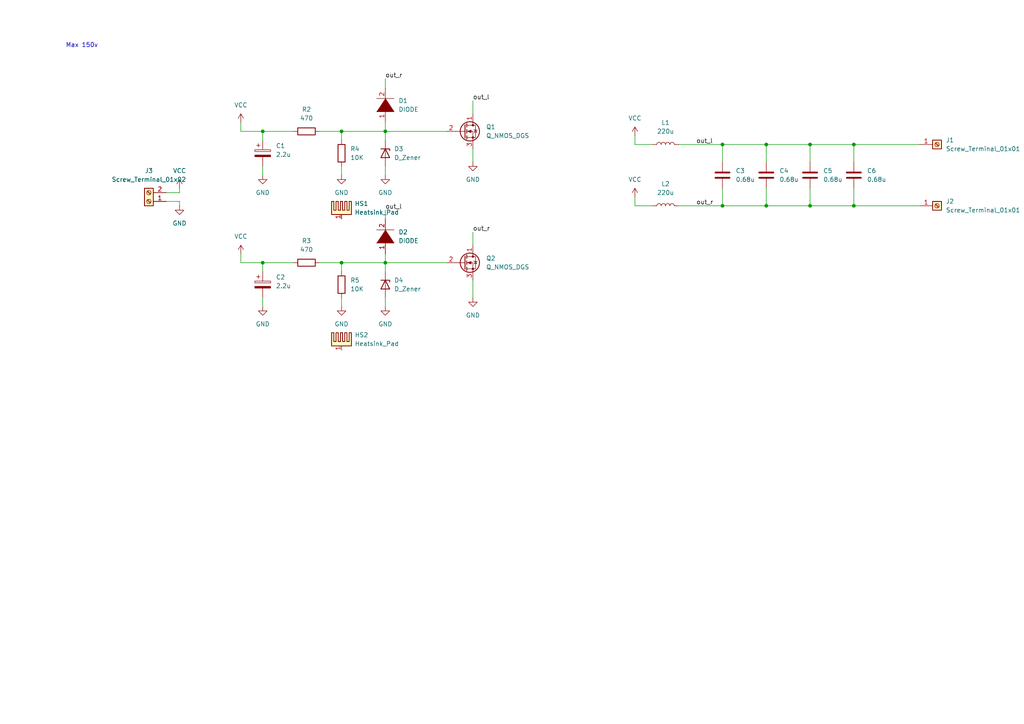
<source format=kicad_sch>
(kicad_sch (version 20211123) (generator eeschema)
  (paper "A4")
  (lib_symbols
    (symbol "Connector:Screw_Terminal_01x01" (pin_names (offset 1.016) hide)
      (property "Reference" "J" (at 0 2.54 0))
      (property "Value" "Screw_Terminal_01x01" (at 0 -2.54 0))
      (symbol "Screw_Terminal_01x01_1_1"
        (rectangle (start -1.27 1.27) (end 1.27 -1.27) (stroke (width 0.254)) (fill (type background)))
        (polyline (pts (xy -0.5334 0.3302) (xy 0.3302 -0.508)) (stroke (width 0.1524)))
        (polyline (pts (xy -0.3556 0.508) (xy 0.508 -0.3302)) (stroke (width 0.1524)))
        (circle (center 0 0) (radius 0.635) (stroke (width 0.1524)))
        (pin passive line (at -5.08 0 0) (length 3.81) (name "Pin_1") (number "1"))
      )
    )
    (symbol "Connector:Screw_Terminal_01x02" (pin_names (offset 1.016) hide)
      (property "Reference" "J" (at 0 2.54 0))
      (property "Value" "Screw_Terminal_01x02" (at 0 -5.08 0))
      (symbol "Screw_Terminal_01x02_1_1"
        (rectangle (start -1.27 1.27) (end 1.27 -3.81) (stroke (width 0.254)) (fill (type background)))
        (circle (center 0 -2.54) (radius 0.635) (stroke (width 0.1524)))
        (polyline (pts (xy -0.5334 -2.2098) (xy 0.3302 -3.048)) (stroke (width 0.1524)))
        (polyline (pts (xy -0.5334 0.3302) (xy 0.3302 -0.508)) (stroke (width 0.1524)))
        (polyline (pts (xy -0.3556 -2.032) (xy 0.508 -2.8702)) (stroke (width 0.1524)))
        (polyline (pts (xy -0.3556 0.508) (xy 0.508 -0.3302)) (stroke (width 0.1524)))
        (circle (center 0 0) (radius 0.635) (stroke (width 0.1524)))
        (pin passive line (at -5.08 0 0) (length 3.81) (name "Pin_1") (number "1"))
        (pin passive line (at -5.08 -2.54 0) (length 3.81) (name "Pin_2") (number "2"))
      )
    )
    (symbol "Device:C" (pin_numbers hide) (pin_names (offset 0.254))
      (property "Reference" "C" (at 0.635 2.54 0))
      (property "Value" "C" (at 0.635 -2.54 0))
      (symbol "C_0_1"
        (polyline (pts (xy -2.032 -0.762) (xy 2.032 -0.762)) (stroke (width 0.508)))
        (polyline (pts (xy -2.032 0.762) (xy 2.032 0.762)) (stroke (width 0.508)))
      )
      (symbol "C_1_1"
        (pin passive line (at 0 3.81 270) (length 2.794) (name "~") (number "1"))
        (pin passive line (at 0 -3.81 90) (length 2.794) (name "~") (number "2"))
      )
    )
    (symbol "Device:C_Polarized" (pin_numbers hide) (pin_names (offset 0.254))
      (property "Reference" "C" (at 0.635 2.54 0))
      (property "Value" "C_Polarized" (at 0.635 -2.54 0))
      (symbol "C_Polarized_0_1"
        (rectangle (start -2.286 0.508) (end 2.286 1.016))
        (polyline (pts (xy -1.778 2.286) (xy -0.762 2.286)))
        (polyline (pts (xy -1.27 2.794) (xy -1.27 1.778)))
        (rectangle (start 2.286 -0.508) (end -2.286 -1.016) (fill (type outline)))
      )
      (symbol "C_Polarized_1_1"
        (pin passive line (at 0 3.81 270) (length 2.794) (name "~") (number "1"))
        (pin passive line (at 0 -3.81 90) (length 2.794) (name "~") (number "2"))
      )
    )
    (symbol "Device:D_Zener" (pin_numbers hide) (pin_names (offset 1.016) hide)
      (property "Reference" "D" (at 0 2.54 0))
      (property "Value" "D_Zener" (at 0 -2.54 0))
      (symbol "D_Zener_0_1"
        (polyline (pts (xy 1.27 0) (xy -1.27 0)))
        (polyline (pts (xy -1.27 -1.27) (xy -1.27 1.27) (xy -0.762 1.27)) (stroke (width 0.254)))
        (polyline (pts (xy 1.27 -1.27) (xy 1.27 1.27) (xy -1.27 0) (xy 1.27 -1.27)) (stroke (width 0.254)))
      )
      (symbol "D_Zener_1_1"
        (pin passive line (at -3.81 0 0) (length 2.54) (name "K") (number "1"))
        (pin passive line (at 3.81 0 180) (length 2.54) (name "A") (number "2"))
      )
    )
    (symbol "Device:L" (pin_numbers hide) (pin_names (offset 1.016) hide)
      (property "Reference" "L" (at -1.27 0 90))
      (property "Value" "L" (at 1.905 0 90))
      (symbol "L_0_1"
        (arc (start 0 -2.54) (mid 0.635 -1.905) (end 0 -1.27))
        (arc (start 0 -1.27) (mid 0.635 -0.635) (end 0 0))
        (arc (start 0 0) (mid 0.635 0.635) (end 0 1.27))
        (arc (start 0 1.27) (mid 0.635 1.905) (end 0 2.54))
      )
      (symbol "L_1_1"
        (pin passive line (at 0 3.81 270) (length 1.27) (name "1") (number "1"))
        (pin passive line (at 0 -3.81 90) (length 1.27) (name "2") (number "2"))
      )
    )
    (symbol "Device:Q_NMOS_DGS" (pin_names (offset 0) hide)
      (property "Reference" "Q" (at 5.08 1.27 0))
      (property "Value" "Q_NMOS_DGS" (at 5.08 -1.27 0))
      (symbol "Q_NMOS_DGS_0_1"
        (polyline (pts (xy 0.254 0) (xy -2.54 0)))
        (polyline (pts (xy 0.254 1.905) (xy 0.254 -1.905)) (stroke (width 0.254)))
        (polyline (pts (xy 0.762 -1.27) (xy 0.762 -2.286)) (stroke (width 0.254)))
        (polyline (pts (xy 0.762 0.508) (xy 0.762 -0.508)) (stroke (width 0.254)))
        (polyline (pts (xy 0.762 2.286) (xy 0.762 1.27)) (stroke (width 0.254)))
        (polyline (pts (xy 2.54 2.54) (xy 2.54 1.778)))
        (polyline (pts (xy 2.54 -2.54) (xy 2.54 0) (xy 0.762 0)))
        (polyline (pts (xy 0.762 -1.778) (xy 3.302 -1.778) (xy 3.302 1.778) (xy 0.762 1.778)))
        (polyline (pts (xy 1.016 0) (xy 2.032 0.381) (xy 2.032 -0.381) (xy 1.016 0)) (fill (type outline)))
        (polyline (pts (xy 2.794 0.508) (xy 2.921 0.381) (xy 3.683 0.381) (xy 3.81 0.254)))
        (polyline (pts (xy 3.302 0.381) (xy 2.921 -0.254) (xy 3.683 -0.254) (xy 3.302 0.381)))
        (circle (center 1.651 0) (radius 2.794) (stroke (width 0.254)))
        (circle (center 2.54 -1.778) (radius 0.254) (fill (type outline)))
        (circle (center 2.54 1.778) (radius 0.254) (fill (type outline)))
      )
      (symbol "Q_NMOS_DGS_1_1"
        (pin passive line (at 2.54 5.08 270) (length 2.54) (name "D") (number "1"))
        (pin input line (at -5.08 0 0) (length 2.54) (name "G") (number "2"))
        (pin passive line (at 2.54 -5.08 90) (length 2.54) (name "S") (number "3"))
      )
    )
    (symbol "Device:R" (pin_numbers hide) (pin_names (offset 0))
      (property "Reference" "R" (at 2.032 0 90))
      (property "Value" "R" (at 0 0 90))
      (symbol "R_0_1"
        (rectangle (start -1.016 -2.54) (end 1.016 2.54) (stroke (width 0.254)))
      )
      (symbol "R_1_1"
        (pin passive line (at 0 3.81 270) (length 1.27) (name "~") (number "1"))
        (pin passive line (at 0 -3.81 90) (length 1.27) (name "~") (number "2"))
      )
    )
    (symbol "Mechanical:Heatsink_Pad" (pin_names (offset 0))
      (property "Reference" "HS" (at 0 5.715 0))
      (property "Value" "Heatsink_Pad" (at 0 3.81 0))
      (symbol "Heatsink_Pad_0_1"
        (polyline (pts (xy -0.3302 0) (xy -0.9652 0) (xy -0.9652 2.54) (xy -1.6002 2.54) (xy -1.6002 0) (xy -2.2352 0) (xy -2.2352 2.54) (xy -2.8702 2.54) (xy -2.8702 -1.27) (xy -0.9652 -1.27)) (stroke (width 0.254)) (fill (type background)))
        (polyline (pts (xy -0.3302 0) (xy -0.3302 2.54) (xy 0.3048 2.54) (xy 0.3048 0) (xy 0.9398 0) (xy 0.9398 2.54) (xy 1.5748 2.54) (xy 1.5748 0) (xy 2.2098 0) (xy 2.2098 2.54) (xy 2.8448 2.54) (xy 2.8448 -1.27) (xy -0.9652 -1.27)) (stroke (width 0.254)) (fill (type background)))
      )
      (symbol "Heatsink_Pad_1_1"
        (pin passive line (at 0 -2.54 90) (length 1.27) (name "~") (number "1"))
      )
    )
    (symbol "power:GND" (power) (pin_names (offset 0))
      (property "Value" "GND" (at 0 -3.81 0))
      (symbol "GND_0_1"
        (polyline (pts (xy 0 0) (xy 0 -1.27) (xy 1.27 -1.27) (xy 0 -2.54) (xy -1.27 -1.27) (xy 0 -1.27)))
      )
      (symbol "GND_1_1"
        (pin power_in line (at 0 0 270) (length 0) hide (name "GND") (number "1"))
      )
    )
    (symbol "power:VCC" (power) (pin_names (offset 0))
      (property "Value" "VCC" (at 0 3.81 0))
      (symbol "VCC_0_1"
        (polyline (pts (xy -0.762 1.27) (xy 0 2.54)))
        (polyline (pts (xy 0 0) (xy 0 2.54)))
        (polyline (pts (xy 0 2.54) (xy 0.762 1.27)))
      )
      (symbol "VCC_1_1"
        (pin power_in line (at 0 0 90) (length 0) hide (name "VCC") (number "1"))
      )
    )
    (symbol "pspice:DIODE" (pin_names (offset 1.016) hide)
      (property "Reference" "D" (at 0 3.81 0))
      (property "Value" "DIODE" (at 0 -4.445 0))
      (symbol "DIODE_0_1"
        (polyline (pts (xy 1.905 2.54) (xy 1.905 -2.54)))
        (polyline (pts (xy -1.905 2.54) (xy -1.905 -2.54) (xy 1.905 0)) (fill (type outline)))
      )
      (symbol "DIODE_1_1"
        (pin input line (at -5.08 0 0) (length 3.81) (name "K") (number "1"))
        (pin input line (at 5.08 0 180) (length 3.81) (name "A") (number "2"))
      )
    )
  )
  (junction (at 222.25 59.69))
  (junction (at 76.2 38.1))
  (junction (at 76.2 76.2))
  (junction (at 99.06 38.1))
  (junction (at 111.76 76.2))
  (junction (at 209.55 41.91))
  (junction (at 99.06 76.2))
  (junction (at 247.65 59.69))
  (junction (at 222.25 41.91))
  (junction (at 234.95 59.69))
  (junction (at 234.95 41.91))
  (junction (at 111.76 38.1))
  (junction (at 247.65 41.91))
  (junction (at 209.55 59.69))
  (wire (pts (xy 184.15 39.37) (xy 184.15 41.91)))
  (wire (pts (xy 69.85 73.66) (xy 69.85 76.2)))
  (wire (pts (xy 99.06 78.74) (xy 99.06 76.2)))
  (wire (pts (xy 247.65 59.69) (xy 234.95 59.69)))
  (wire (pts (xy 111.76 60.96) (xy 111.76 63.5)))
  (wire (pts (xy 196.85 59.69) (xy 209.55 59.69)))
  (wire (pts (xy 184.15 59.69) (xy 189.23 59.69)))
  (wire (pts (xy 99.06 76.2) (xy 111.76 76.2)))
  (wire (pts (xy 99.06 48.26) (xy 99.06 50.8)))
  (wire (pts (xy 247.65 46.99) (xy 247.65 41.91)))
  (wire (pts (xy 209.55 54.61) (xy 209.55 59.69)))
  (wire (pts (xy 111.76 48.26) (xy 111.76 50.8)))
  (wire (pts (xy 76.2 86.36) (xy 76.2 88.9)))
  (wire (pts (xy 111.76 22.86) (xy 111.76 25.4)))
  (wire (pts (xy 92.71 38.1) (xy 99.06 38.1)))
  (wire (pts (xy 76.2 76.2) (xy 85.09 76.2)))
  (wire (pts (xy 92.71 76.2) (xy 99.06 76.2)))
  (wire (pts (xy 209.55 41.91) (xy 209.55 46.99)))
  (wire (pts (xy 111.76 38.1) (xy 111.76 40.64)))
  (wire (pts (xy 111.76 38.1) (xy 129.54 38.1)))
  (wire (pts (xy 266.7 41.91) (xy 247.65 41.91)))
  (wire (pts (xy 209.55 59.69) (xy 222.25 59.69)))
  (wire (pts (xy 76.2 48.26) (xy 76.2 50.8)))
  (wire (pts (xy 247.65 54.61) (xy 247.65 59.69)))
  (wire (pts (xy 222.25 41.91) (xy 234.95 41.91)))
  (wire (pts (xy 222.25 59.69) (xy 234.95 59.69)))
  (wire (pts (xy 48.26 58.42) (xy 52.07 58.42)))
  (wire (pts (xy 196.85 41.91) (xy 209.55 41.91)))
  (wire (pts (xy 137.16 67.31) (xy 137.16 71.12)))
  (wire (pts (xy 266.7 59.69) (xy 247.65 59.69)))
  (wire (pts (xy 247.65 41.91) (xy 234.95 41.91)))
  (wire (pts (xy 137.16 81.28) (xy 137.16 86.36)))
  (wire (pts (xy 234.95 54.61) (xy 234.95 59.69)))
  (wire (pts (xy 184.15 41.91) (xy 189.23 41.91)))
  (wire (pts (xy 111.76 76.2) (xy 129.54 76.2)))
  (wire (pts (xy 111.76 76.2) (xy 111.76 78.74)))
  (wire (pts (xy 69.85 35.56) (xy 69.85 38.1)))
  (wire (pts (xy 99.06 40.64) (xy 99.06 38.1)))
  (wire (pts (xy 52.07 55.88) (xy 52.07 54.61)))
  (wire (pts (xy 209.55 41.91) (xy 222.25 41.91)))
  (wire (pts (xy 99.06 86.36) (xy 99.06 88.9)))
  (wire (pts (xy 76.2 78.74) (xy 76.2 76.2)))
  (wire (pts (xy 234.95 41.91) (xy 234.95 46.99)))
  (wire (pts (xy 137.16 29.21) (xy 137.16 33.02)))
  (wire (pts (xy 222.25 54.61) (xy 222.25 59.69)))
  (wire (pts (xy 111.76 73.66) (xy 111.76 76.2)))
  (wire (pts (xy 111.76 35.56) (xy 111.76 38.1)))
  (wire (pts (xy 69.85 76.2) (xy 76.2 76.2)))
  (wire (pts (xy 76.2 40.64) (xy 76.2 38.1)))
  (wire (pts (xy 76.2 38.1) (xy 85.09 38.1)))
  (wire (pts (xy 137.16 43.18) (xy 137.16 46.99)))
  (wire (pts (xy 52.07 58.42) (xy 52.07 59.69)))
  (wire (pts (xy 222.25 41.91) (xy 222.25 46.99)))
  (wire (pts (xy 184.15 57.15) (xy 184.15 59.69)))
  (wire (pts (xy 69.85 38.1) (xy 76.2 38.1)))
  (wire (pts (xy 99.06 38.1) (xy 111.76 38.1)))
  (wire (pts (xy 48.26 55.88) (xy 52.07 55.88)))
  (wire (pts (xy 111.76 86.36) (xy 111.76 88.9)))
  (text "Max 150v" (at 19.05 13.97 0) (effects (font (size 1.27 1.27)) (justify left bottom)))
  (label "out_r" (at 201.93 59.69 0))
  (label "out_r" (at 111.76 22.86 0))
  (label "out_l" (at 137.16 29.21 0))
  (label "out_l" (at 201.93 41.91 0))
  (label "out_r" (at 137.16 67.31 0))
  (label "out_l" (at 111.76 60.96 0))
  (symbol (lib_id "power:GND") (at 111.76 88.9 0) (unit 1)
    (property "Reference" "#PWR08" (effects hide))
    (property "Value" "GND" (at 111.76 93.98 0))
  )
  (symbol (lib_id "Device:Q_NMOS_DGS") (at 134.62 76.2 0) (unit 1)
    (property "Reference" "Q2" (at 140.97 74.9299 0) (effects (justify left)))
    (property "Value" "Q_NMOS_DGS" (at 140.97 77.4699 0) (effects (justify left)))
    (property "Footprint" "Package_TO_SOT_THT:TO-220-3_Vertical" (effects hide))
    (property "Datasheet" "https://nl.mouser.com/datasheet/2/308/NTP067N65S3H_D-2037433.pdf" (effects hide))
    (property "Mfr" "NTP067N65S3H " (effects hide))
    (property "Max V" "650" (effects hide))
  )
  (symbol (lib_id "power:VCC") (at 69.85 35.56 0) (unit 1)
    (property "Reference" "#PWR0102" (effects hide))
    (property "Value" "VCC" (at 69.85 30.48 0))
  )
  (symbol (lib_id "Device:R") (at 88.9 76.2 90) (unit 1)
    (property "Reference" "R3" (at 88.9 69.85 90))
    (property "Value" "470" (at 88.9 72.39 90))
    (property "Footprint" "Package_TO_SOT_THT:TO-220-2_Vertical" (effects hide))
    (property "Datasheet" "https://www.ohmite.com/assets/docs/acl_ap851.pdf" (effects hide))
    (property "Mfr" "AP851470RJ" (effects hide))
    (property "Max V" "420" (effects hide))
  )
  (symbol (lib_id "pspice:DIODE") (at 111.76 30.48 90) (unit 1)
    (property "Reference" "D1" (at 115.57 29.2099 90) (effects (justify right)))
    (property "Value" "DIODE" (at 115.57 31.7499 90) (effects (justify right)))
    (property "Footprint" "Diode_THT:D_DO-41_SOD81_P7.62mm_Horizontal" (effects hide))
    (property "Datasheet" "https://nl.mouser.com/datasheet/2/427/uf4001-1768384.pdf" (effects hide))
    (property "Mfr" "UF4005-E3/54 " (effects hide))
    (property "Max V" "600" (effects hide))
  )
  (symbol (lib_id "Device:C") (at 247.65 50.8 0) (unit 1)
    (property "Reference" "C6" (at 251.46 49.5299 0) (effects (justify left)))
    (property "Value" "0.68u" (at 251.46 52.0699 0) (effects (justify left)))
    (property "Footprint" "Capacitor_THT:C_Rect_L31.5mm_W15.0mm_P27.50mm_MKS4" (effects hide))
    (property "Datasheet" "https://nl.mouser.com/datasheet/2/440/e_WIMA_MKS_4-1139797.pdf" (effects hide))
    (property "Mfr" "MKS4O136806F00KYSD " (effects hide))
    (property "Max V" "1000" (effects hide))
  )
  (symbol (lib_id "Device:D_Zener") (at 111.76 82.55 270) (unit 1)
    (property "Reference" "D4" (at 114.3 81.2799 90) (effects (justify left)))
    (property "Value" "D_Zener" (at 114.3 83.8199 90) (effects (justify left)))
    (property "Footprint" "Diode_THT:D_DO-15_P12.70mm_Horizontal" (effects hide))
    (property "Datasheet" "https://nl.mouser.com/datasheet/2/308/1N5333B_D-1801430.pdf" (effects hide))
    (property "Mfr" "1N5349BG " (effects hide))
  )
  (symbol (lib_id "Connector:Screw_Terminal_01x01") (at 271.78 41.91 0) (unit 1)
    (property "Reference" "J1" (at 274.32 40.6399 0) (effects (justify left)))
    (property "Value" "Screw_Terminal_01x01" (at 274.32 43.1799 0) (effects (justify left)))
    (property "Footprint" "Connector:Banana_Jack_1Pin" (effects hide))
  )
  (symbol (lib_id "Device:D_Zener") (at 111.76 44.45 270) (unit 1)
    (property "Reference" "D3" (at 114.3 43.1799 90) (effects (justify left)))
    (property "Value" "D_Zener" (at 114.3 45.7199 90) (effects (justify left)))
    (property "Footprint" "Diode_THT:D_DO-15_P12.70mm_Horizontal" (effects hide))
    (property "Datasheet" "https://nl.mouser.com/datasheet/2/308/1N5333B_D-1801430.pdf" (effects hide))
    (property "Mfr" "1N5349BG " (effects hide))
  )
  (symbol (lib_id "Device:C_Polarized") (at 76.2 44.45 0) (unit 1)
    (property "Reference" "C1" (at 80.01 42.2909 0) (effects (justify left)))
    (property "Value" "2.2u" (at 80.01 44.8309 0) (effects (justify left)))
    (property "Footprint" "Capacitor_THT:CP_Radial_D6.3mm_P2.50mm" (effects hide))
    (property "Datasheet" "https://nl.mouser.com/datasheet/2/212/KEM_A4074_ESL-1775047.pdf" (effects hide))
    (property "Mfr" "ESL225M250AE3AA " (effects hide))
    (property "Max V" "250" (effects hide))
  )
  (symbol (lib_id "power:VCC") (at 184.15 39.37 0) (unit 1)
    (property "Reference" "#PWR0106" (effects hide))
    (property "Value" "VCC" (at 184.15 34.29 0))
  )
  (symbol (lib_id "Device:L") (at 193.04 59.69 90) (unit 1)
    (property "Reference" "L2" (at 193.04 53.34 90))
    (property "Value" "220u" (at 193.04 55.88 90))
    (property "Footprint" "Inductor_THT:L_Toroid_Vertical_L31.8mm_W15.9mm_P13.50mm_Bourns_5700" (effects hide))
    (property "Datasheet" "https://nl.mouser.com/datasheet/2/54/2300ht_series-776374.pdf" (effects hide))
    (property "Mfr" "2300HT-221-V-RC " (effects hide))
  )
  (symbol (lib_id "power:GND") (at 99.06 50.8 0) (unit 1)
    (property "Reference" "#PWR05" (effects hide))
    (property "Value" "GND" (at 99.06 55.88 0))
  )
  (symbol (lib_id "power:GND") (at 137.16 46.99 0) (unit 1)
    (property "Reference" "#PWR09" (effects hide))
    (property "Value" "GND" (at 137.16 52.07 0))
  )
  (symbol (lib_id "power:VCC") (at 184.15 57.15 0) (unit 1)
    (property "Reference" "#PWR0105" (effects hide))
    (property "Value" "VCC" (at 184.15 52.07 0))
  )
  (symbol (lib_id "power:GND") (at 111.76 50.8 0) (unit 1)
    (property "Reference" "#PWR07" (effects hide))
    (property "Value" "GND" (at 111.76 55.88 0))
  )
  (symbol (lib_id "Device:C_Polarized") (at 76.2 82.55 0) (unit 1)
    (property "Reference" "C2" (at 80.01 80.3909 0) (effects (justify left)))
    (property "Value" "2.2u" (at 80.01 82.9309 0) (effects (justify left)))
    (property "Footprint" "Capacitor_THT:CP_Radial_D6.3mm_P2.50mm" (effects hide))
    (property "Datasheet" "https://nl.mouser.com/datasheet/2/212/KEM_A4074_ESL-1775047.pdf" (effects hide))
    (property "Mouser No" "80-ESL225M250AE3AA " (effects hide))
    (property "Max V" "250" (effects hide))
  )
  (symbol (lib_id "Connector:Screw_Terminal_01x02") (at 43.18 58.42 180) (unit 1)
    (property "Reference" "J3" (at 43.18 49.53 0))
    (property "Value" "Screw_Terminal_01x02" (at 43.18 52.07 0))
    (property "Footprint" "Connector_Phoenix_MSTB:PhoenixContact_MSTBVA_2,5_2-G_1x02_P5.00mm_Vertical" (effects hide))
    (property "Datasheet" "https://nl.mouser.com/datasheet/2/670/tb007_508-2306759.pdf" (effects hide))
    (property "Mfr" "TB007-508-02BE " (effects hide))
  )
  (symbol (lib_id "Device:Q_NMOS_DGS") (at 134.62 38.1 0) (unit 1)
    (property "Reference" "Q1" (at 140.97 36.8299 0) (effects (justify left)))
    (property "Value" "Q_NMOS_DGS" (at 140.97 39.3699 0) (effects (justify left)))
    (property "Footprint" "Package_TO_SOT_THT:TO-220-3_Vertical" (effects hide))
    (property "Datasheet" "https://nl.mouser.com/datasheet/2/308/NTP067N65S3H_D-2037433.pdf" (effects hide))
    (property "Mfr" "NTP067N65S3H " (effects hide))
    (property "Max V" "650" (effects hide))
  )
  (symbol (lib_id "Device:R") (at 99.06 82.55 0) (unit 1)
    (property "Reference" "R5" (at 101.6 81.2799 0) (effects (justify left)))
    (property "Value" "10K" (at 101.6 83.8199 0) (effects (justify left)))
    (property "Footprint" "Resistor_THT:R_Axial_DIN0516_L15.5mm_D5.0mm_P5.08mm_Vertical" (effects hide))
    (property "Datasheet" "https://nl.mouser.com/datasheet/2/418/5/ENG_DS_1773271_H-724129.pdf" (effects hide))
    (property "Mfr" "ROX3SJ10K" (effects hide))
    (property "Max V" "350" (effects hide))
  )
  (symbol (lib_id "Device:C") (at 234.95 50.8 0) (unit 1)
    (property "Reference" "C5" (at 238.76 49.5299 0) (effects (justify left)))
    (property "Value" "0.68u" (at 238.76 52.0699 0) (effects (justify left)))
    (property "Footprint" "Capacitor_THT:C_Rect_L31.5mm_W15.0mm_P27.50mm_MKS4" (effects hide))
    (property "Datasheet" "https://nl.mouser.com/datasheet/2/440/e_WIMA_MKS_4-1139797.pdf" (effects hide))
    (property "Mfr" "MKS4O136806F00KYSD " (effects hide))
    (property "Max V" "1000" (effects hide))
  )
  (symbol (lib_id "Mechanical:Heatsink_Pad") (at 99.06 60.96 0) (unit 1)
    (property "Reference" "HS1" (at 102.87 59.0549 0) (effects (justify left)))
    (property "Value" "Heatsink_Pad" (at 102.87 61.5949 0) (effects (justify left)))
    (property "Footprint" "Heatsink:Heatsink_Fischer_SK129-STS_42x25mm_2xDrill2.5mm" (effects hide))
    (property "Mfr" "6398BG" (effects hide))
  )
  (symbol (lib_id "power:VCC") (at 69.85 73.66 0) (unit 1)
    (property "Reference" "#PWR0101" (effects hide))
    (property "Value" "VCC" (at 69.85 68.58 0))
  )
  (symbol (lib_id "pspice:DIODE") (at 111.76 68.58 90) (unit 1)
    (property "Reference" "D2" (at 115.57 67.3099 90) (effects (justify right)))
    (property "Value" "DIODE" (at 115.57 69.8499 90) (effects (justify right)))
    (property "Footprint" "Diode_THT:D_DO-41_SOD81_P7.62mm_Horizontal" (effects hide))
    (property "Datasheet" "https://nl.mouser.com/datasheet/2/427/uf4001-1768384.pdf" (effects hide))
    (property "Mfr" "UF4005-E3/54 " (effects hide))
    (property "Max V" "600" (effects hide))
  )
  (symbol (lib_id "power:GND") (at 76.2 88.9 0) (unit 1)
    (property "Reference" "#PWR04" (effects hide))
    (property "Value" "GND" (at 76.2 93.98 0))
  )
  (symbol (lib_id "power:GND") (at 52.07 59.69 0) (unit 1)
    (property "Reference" "#PWR0103" (effects hide))
    (property "Value" "GND" (at 52.07 64.77 0))
  )
  (symbol (lib_id "Connector:Screw_Terminal_01x01") (at 271.78 59.69 0) (unit 1)
    (property "Reference" "J2" (at 274.32 58.4199 0) (effects (justify left)))
    (property "Value" "Screw_Terminal_01x01" (at 274.32 60.9599 0) (effects (justify left)))
    (property "Footprint" "Connector:Banana_Jack_1Pin" (effects hide))
  )
  (symbol (lib_id "Device:L") (at 193.04 41.91 90) (unit 1)
    (property "Reference" "L1" (at 193.04 35.56 90))
    (property "Value" "220u" (at 193.04 38.1 90))
    (property "Footprint" "Inductor_THT:L_Toroid_Vertical_L31.8mm_W15.9mm_P13.50mm_Bourns_5700" (effects hide))
    (property "Datasheet" "https://nl.mouser.com/datasheet/2/54/2300ht_series-776374.pdf" (effects hide))
    (property "Mfr" "2300HT-221-V-RC " (effects hide))
  )
  (symbol (lib_id "power:GND") (at 76.2 50.8 0) (unit 1)
    (property "Reference" "#PWR03" (effects hide))
    (property "Value" "GND" (at 76.2 55.88 0))
  )
  (symbol (lib_id "Device:C") (at 222.25 50.8 0) (unit 1)
    (property "Reference" "C4" (at 226.06 49.5299 0) (effects (justify left)))
    (property "Value" "0.68u" (at 226.06 52.0699 0) (effects (justify left)))
    (property "Footprint" "Capacitor_THT:C_Rect_L31.5mm_W15.0mm_P27.50mm_MKS4" (effects hide))
    (property "Datasheet" "https://nl.mouser.com/datasheet/2/440/e_WIMA_MKS_4-1139797.pdf" (effects hide))
    (property "Mfr" "MKS4O136806F00KYSD " (effects hide))
    (property "Max V" "1000" (effects hide))
  )
  (symbol (lib_id "power:VCC") (at 52.07 54.61 0) (unit 1)
    (property "Reference" "#PWR0104" (effects hide))
    (property "Value" "VCC" (at 52.07 49.53 0))
  )
  (symbol (lib_id "power:GND") (at 137.16 86.36 0) (unit 1)
    (property "Reference" "#PWR010" (effects hide))
    (property "Value" "GND" (at 137.16 91.44 0))
  )
  (symbol (lib_id "Mechanical:Heatsink_Pad") (at 99.06 99.06 0) (unit 1)
    (property "Reference" "HS2" (at 102.87 97.1549 0) (effects (justify left)))
    (property "Value" "Heatsink_Pad" (at 102.87 99.6949 0) (effects (justify left)))
    (property "Footprint" "Heatsink:Heatsink_Fischer_SK129-STS_42x25mm_2xDrill2.5mm" (effects hide))
    (property "Mfr" "6398BG" (effects hide))
  )
  (symbol (lib_id "Device:R") (at 88.9 38.1 90) (unit 1)
    (property "Reference" "R2" (at 88.9 31.75 90))
    (property "Value" "470" (at 88.9 34.29 90))
    (property "Footprint" "Package_TO_SOT_THT:TO-220-2_Vertical" (effects hide))
    (property "Datasheet" "https://www.ohmite.com/assets/docs/acl_ap851.pdf" (effects hide))
    (property "Mfr" "AP851470RJ" (effects hide))
    (property "Max V" "420" (effects hide))
  )
  (symbol (lib_id "Device:C") (at 209.55 50.8 0) (unit 1)
    (property "Reference" "C3" (at 213.36 49.5299 0) (effects (justify left)))
    (property "Value" "0.68u" (at 213.36 52.0699 0) (effects (justify left)))
    (property "Footprint" "Capacitor_THT:C_Rect_L31.5mm_W15.0mm_P27.50mm_MKS4" (effects hide))
    (property "Datasheet" "https://nl.mouser.com/datasheet/2/440/e_WIMA_MKS_4-1139797.pdf" (effects hide))
    (property "Mfr" "MKS4O136806F00KYSD " (effects hide))
    (property "Max V" "1000" (effects hide))
  )
  (symbol (lib_id "Device:R") (at 99.06 44.45 0) (unit 1)
    (property "Reference" "R4" (at 101.6 43.1799 0) (effects (justify left)))
    (property "Value" "10K" (at 101.6 45.7199 0) (effects (justify left)))
    (property "Footprint" "Resistor_THT:R_Axial_DIN0516_L15.5mm_D5.0mm_P5.08mm_Vertical" (effects hide))
    (property "Datasheet" "https://nl.mouser.com/datasheet/2/418/5/ENG_DS_1773271_H-724129.pdf" (effects hide))
    (property "Mfr" "ROX3SJ10K" (effects hide))
    (property "Max V" "350" (effects hide))
  )
  (symbol (lib_id "power:GND") (at 99.06 88.9 0) (unit 1)
    (property "Reference" "#PWR06" (effects hide))
    (property "Value" "GND" (at 99.06 93.98 0))
  )
)
</source>
